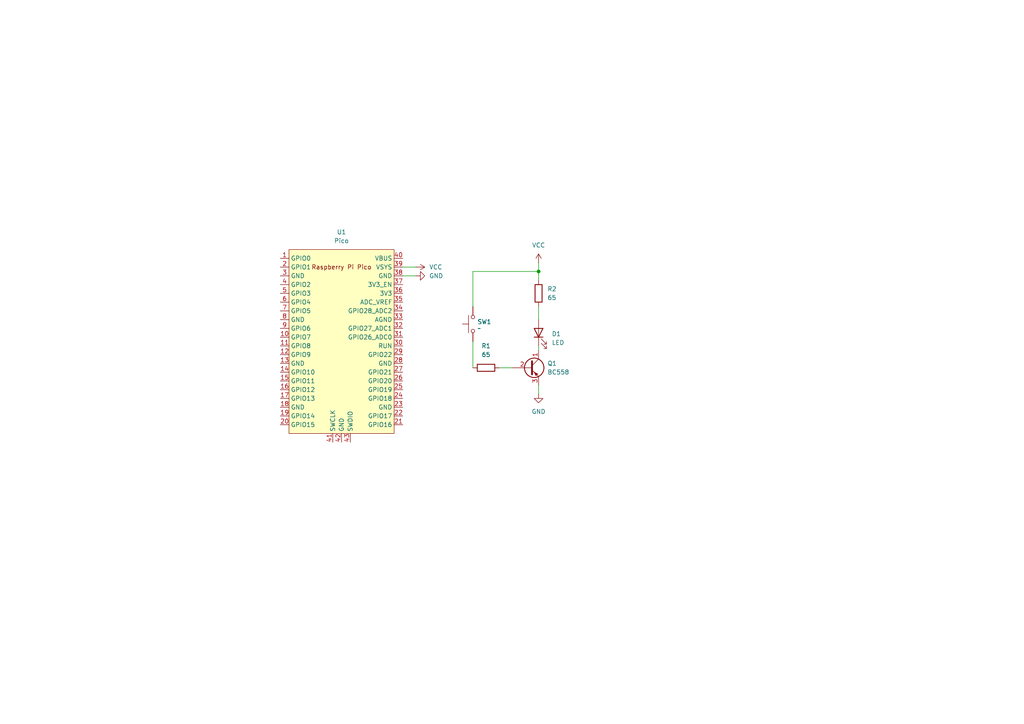
<source format=kicad_sch>
(kicad_sch (version 20231120) (generator "eeschema") (generator_version "8.0")
  (paper "A4")
  (lib_symbols
    (symbol "Device:LED" (pin_numbers hide) (pin_names (offset 1.016) hide)
      (property "Reference" "D" (at 0 2.54 0))
      (property "Value" "LED" (at 0 -2.54 0))
      (symbol "LED_0_1"
        (polyline (pts (xy -1.27 -1.27) (xy -1.27 1.27)) (stroke (width 0.254)))
        (polyline (pts (xy -1.27 0) (xy 1.27 0)))
        (polyline (pts (xy 1.27 -1.27) (xy 1.27 1.27) (xy -1.27 0) (xy 1.27 -1.27)) (stroke (width 0.254)))
        (polyline (pts (xy -3.048 -0.762) (xy -4.572 -2.286) (xy -3.81 -2.286) (xy -4.572 -2.286) (xy -4.572 -1.524)))
        (polyline (pts (xy -1.778 -0.762) (xy -3.302 -2.286) (xy -2.54 -2.286) (xy -3.302 -2.286) (xy -3.302 -1.524)))
      )
      (symbol "LED_1_1"
        (pin passive line (at -3.81 0 0) (length 2.54) (name "K") (number "1"))
        (pin passive line (at 3.81 0 180) (length 2.54) (name "A") (number "2"))
      )
    )
    (symbol "Device:R" (pin_numbers hide) (pin_names (offset 0))
      (property "Reference" "R" (at 2.032 0 90))
      (property "Value" "R" (at 0 0 90))
      (symbol "R_0_1"
        (rectangle (start -1.016 -2.54) (end 1.016 2.54) (stroke (width 0.254)))
      )
      (symbol "R_1_1"
        (pin passive line (at 0 3.81 270) (length 1.27) (name "~") (number "1"))
        (pin passive line (at 0 -3.81 90) (length 1.27) (name "~") (number "2"))
      )
    )
    (symbol "MCU_RaspberryPi_and_Boards:Pico"
      (property "Reference" "U" (at -13.97 27.94 0))
      (property "Value" "Pico" (at 0 19.05 0))
      (symbol "Pico_0_0"
        (text "Raspberry Pi Pico" (at 0 21.59 0) (effects (font (size 1.27 1.27))))
      )
      (symbol "Pico_0_1"
        (rectangle (start -15.24 26.67) (end 15.24 -26.67) (fill (type background)))
      )
      (symbol "Pico_1_1"
        (pin bidirectional line (at -17.78 24.13 0) (length 2.54) (name "GPIO0") (number "1"))
        (pin bidirectional line (at -17.78 1.27 0) (length 2.54) (name "GPIO7") (number "10"))
        (pin bidirectional line (at -17.78 -1.27 0) (length 2.54) (name "GPIO8") (number "11"))
        (pin bidirectional line (at -17.78 -3.81 0) (length 2.54) (name "GPIO9") (number "12"))
        (pin power_in line (at -17.78 -6.35 0) (length 2.54) (name "GND") (number "13"))
        (pin bidirectional line (at -17.78 -8.89 0) (length 2.54) (name "GPIO10") (number "14"))
        (pin bidirectional line (at -17.78 -11.43 0) (length 2.54) (name "GPIO11") (number "15"))
        (pin bidirectional line (at -17.78 -13.97 0) (length 2.54) (name "GPIO12") (number "16"))
        (pin bidirectional line (at -17.78 -16.51 0) (length 2.54) (name "GPIO13") (number "17"))
        (pin power_in line (at -17.78 -19.05 0) (length 2.54) (name "GND") (number "18"))
        (pin bidirectional line (at -17.78 -21.59 0) (length 2.54) (name "GPIO14") (number "19"))
        (pin bidirectional line (at -17.78 21.59 0) (length 2.54) (name "GPIO1") (number "2"))
        (pin bidirectional line (at -17.78 -24.13 0) (length 2.54) (name "GPIO15") (number "20"))
        (pin bidirectional line (at 17.78 -24.13 180) (length 2.54) (name "GPIO16") (number "21"))
        (pin bidirectional line (at 17.78 -21.59 180) (length 2.54) (name "GPIO17") (number "22"))
        (pin power_in line (at 17.78 -19.05 180) (length 2.54) (name "GND") (number "23"))
        (pin bidirectional line (at 17.78 -16.51 180) (length 2.54) (name "GPIO18") (number "24"))
        (pin bidirectional line (at 17.78 -13.97 180) (length 2.54) (name "GPIO19") (number "25"))
        (pin bidirectional line (at 17.78 -11.43 180) (length 2.54) (name "GPIO20") (number "26"))
        (pin bidirectional line (at 17.78 -8.89 180) (length 2.54) (name "GPIO21") (number "27"))
        (pin power_in line (at 17.78 -6.35 180) (length 2.54) (name "GND") (number "28"))
        (pin bidirectional line (at 17.78 -3.81 180) (length 2.54) (name "GPIO22") (number "29"))
        (pin power_in line (at -17.78 19.05 0) (length 2.54) (name "GND") (number "3"))
        (pin input line (at 17.78 -1.27 180) (length 2.54) (name "RUN") (number "30"))
        (pin bidirectional line (at 17.78 1.27 180) (length 2.54) (name "GPIO26_ADC0") (number "31"))
        (pin bidirectional line (at 17.78 3.81 180) (length 2.54) (name "GPIO27_ADC1") (number "32"))
        (pin power_in line (at 17.78 6.35 180) (length 2.54) (name "AGND") (number "33"))
        (pin bidirectional line (at 17.78 8.89 180) (length 2.54) (name "GPIO28_ADC2") (number "34"))
        (pin power_in line (at 17.78 11.43 180) (length 2.54) (name "ADC_VREF") (number "35"))
        (pin power_in line (at 17.78 13.97 180) (length 2.54) (name "3V3") (number "36"))
        (pin input line (at 17.78 16.51 180) (length 2.54) (name "3V3_EN") (number "37"))
        (pin bidirectional line (at 17.78 19.05 180) (length 2.54) (name "GND") (number "38"))
        (pin power_in line (at 17.78 21.59 180) (length 2.54) (name "VSYS") (number "39"))
        (pin bidirectional line (at -17.78 16.51 0) (length 2.54) (name "GPIO2") (number "4"))
        (pin power_in line (at 17.78 24.13 180) (length 2.54) (name "VBUS") (number "40"))
        (pin input line (at -2.54 -29.21 90) (length 2.54) (name "SWCLK") (number "41"))
        (pin power_in line (at 0 -29.21 90) (length 2.54) (name "GND") (number "42"))
        (pin bidirectional line (at 2.54 -29.21 90) (length 2.54) (name "SWDIO") (number "43"))
        (pin bidirectional line (at -17.78 13.97 0) (length 2.54) (name "GPIO3") (number "5"))
        (pin bidirectional line (at -17.78 11.43 0) (length 2.54) (name "GPIO4") (number "6"))
        (pin bidirectional line (at -17.78 8.89 0) (length 2.54) (name "GPIO5") (number "7"))
        (pin power_in line (at -17.78 6.35 0) (length 2.54) (name "GND") (number "8"))
        (pin bidirectional line (at -17.78 3.81 0) (length 2.54) (name "GPIO6") (number "9"))
      )
    )
    (symbol "Switch:SW_MEC_5G" (pin_numbers hide) (pin_names (offset 1.016) hide)
      (property "Reference" "SW" (at 1.27 2.54 0))
      (property "Value" "SW_MEC_5G" (at 0 -1.524 0))
      (symbol "SW_MEC_5G_0_1"
        (circle (center -2.032 0) (radius 0.508))
        (polyline (pts (xy 0 1.27) (xy 0 3.048)))
        (polyline (pts (xy 2.54 1.27) (xy -2.54 1.27)))
        (circle (center 2.032 0) (radius 0.508))
        (pin passive line (at -5.08 0 0) (length 2.54) (name "A") (number "1"))
        (pin passive line (at 5.08 0 180) (length 2.54) (name "B") (number "3"))
      )
      (symbol "SW_MEC_5G_1_1"
        (pin passive line (at -5.08 0 0) (length 2.54) hide (name "A") (number "2"))
        (pin passive line (at 5.08 0 180) (length 2.54) hide (name "B") (number "4"))
      )
    )
    (symbol "Transistor_BJT:BC558" (pin_names (offset 0) hide)
      (property "Reference" "Q" (at 5.08 1.905 0))
      (property "Value" "BC558" (at 5.08 0 0))
      (symbol "BC558_0_1"
        (polyline (pts (xy 0.635 0.635) (xy 2.54 2.54)))
        (polyline (pts (xy 0.635 -0.635) (xy 2.54 -2.54) (xy 2.54 -2.54)))
        (polyline (pts (xy 0.635 1.905) (xy 0.635 -1.905) (xy 0.635 -1.905)) (stroke (width 0.508)))
        (polyline (pts (xy 2.286 -1.778) (xy 1.778 -2.286) (xy 1.27 -1.27) (xy 2.286 -1.778) (xy 2.286 -1.778)) (fill (type outline)))
        (circle (center 1.27 0) (radius 2.8194) (stroke (width 0.254)))
      )
      (symbol "BC558_1_1"
        (pin passive line (at 2.54 5.08 270) (length 2.54) (name "C") (number "1"))
        (pin input line (at -5.08 0 0) (length 5.715) (name "B") (number "2"))
        (pin passive line (at 2.54 -5.08 90) (length 2.54) (name "E") (number "3"))
      )
    )
    (symbol "power:GND" (power) (pin_numbers hide) (pin_names (offset 0) hide)
      (property "Value" "GND" (at 0 -3.81 0))
      (symbol "GND_0_1"
        (polyline (pts (xy 0 0) (xy 0 -1.27) (xy 1.27 -1.27) (xy 0 -2.54) (xy -1.27 -1.27) (xy 0 -1.27)))
      )
      (symbol "GND_1_1"
        (pin power_in line (at 0 0 270) (length 0) (name "~") (number "1"))
      )
    )
    (symbol "power:VCC" (power) (pin_numbers hide) (pin_names (offset 0) hide)
      (property "Value" "VCC" (at 0 3.556 0))
      (symbol "VCC_0_1"
        (polyline (pts (xy -0.762 1.27) (xy 0 2.54)))
        (polyline (pts (xy 0 0) (xy 0 2.54)))
        (polyline (pts (xy 0 2.54) (xy 0.762 1.27)))
      )
      (symbol "VCC_1_1"
        (pin power_in line (at 0 0 90) (length 0) (name "~") (number "1"))
      )
    )
  )
  (junction (at 156.21 78.74))
  (wire (pts (xy 137.16 88.9) (xy 137.16 78.74)))
  (wire (pts (xy 137.16 78.74) (xy 156.21 78.74)))
  (wire (pts (xy 156.21 88.9) (xy 156.21 92.71)))
  (wire (pts (xy 120.65 77.47) (xy 116.84 77.47)))
  (wire (pts (xy 120.65 80.01) (xy 116.84 80.01)))
  (wire (pts (xy 156.21 114.3) (xy 156.21 111.76)))
  (wire (pts (xy 156.21 100.33) (xy 156.21 101.6)))
  (wire (pts (xy 137.16 99.06) (xy 137.16 106.68)))
  (wire (pts (xy 156.21 78.74) (xy 156.21 81.28)))
  (wire (pts (xy 148.59 106.68) (xy 144.78 106.68)))
  (wire (pts (xy 156.21 76.2) (xy 156.21 78.74)))
  (symbol (lib_id "Device:R") (at 156.21 85.09 180) (unit 1)
    (property "Reference" "R2" (at 158.75 83.8199 0) (effects (justify right)))
    (property "Value" "65" (at 158.75 86.3599 0) (effects (justify right)))
    (property "Footprint" "OptoDevice:R_LDR_12x10.8mm_P9.0mm_Vertical" (effects (hide yes)))
    (property "Description" "Resistor" (effects (hide yes)))
  )
  (symbol (lib_id "Device:R") (at 140.97 106.68 90) (unit 1)
    (property "Reference" "R1" (at 140.97 100.33 90))
    (property "Value" "65" (at 140.97 102.87 90))
    (property "Footprint" "OptoDevice:R_LDR_12x10.8mm_P9.0mm_Vertical" (effects (hide yes)))
    (property "Description" "Resistor" (effects (hide yes)))
  )
  (symbol (lib_id "power:VCC") (at 120.65 77.47 270) (unit 1)
    (property "Reference" "#PWR01" (effects (hide yes)))
    (property "Value" "VCC" (at 124.46 77.4699 90) (effects (justify left)))
    (property "Description" "Power symbol creates a global label with name \"VCC\"" (effects (hide yes)))
  )
  (symbol (lib_id "power:GND") (at 156.21 114.3 0) (unit 1)
    (property "Reference" "#PWR04" (effects (hide yes)))
    (property "Value" "GND" (at 156.21 119.38 0))
    (property "Description" "Power symbol creates a global label with name \"GND\" , ground" (effects (hide yes)))
  )
  (symbol (lib_id "Device:LED") (at 156.21 96.52 90) (unit 1)
    (property "Reference" "D1" (at 160.02 96.8374 90) (effects (justify right)))
    (property "Value" "LED" (at 160.02 99.3774 90) (effects (justify right)))
    (property "Footprint" "LED_SMD:LED_0201_0603Metric" (effects (hide yes)))
    (property "Description" "Light emitting diode" (effects (hide yes)))
  )
  (symbol (lib_id "MCU_RaspberryPi_and_Boards:Pico") (at 99.06 99.06 0) (unit 1)
    (property "Reference" "U1" (at 99.06 67.31 0))
    (property "Value" "Pico" (at 99.06 69.85 0))
    (property "Footprint" "MCU_RaspberryPi_and_Boards:RPi_Pico_SMD_TH" (effects (hide yes)))
  )
  (symbol (lib_id "power:VCC") (at 156.21 76.2 0) (unit 1)
    (property "Reference" "#PWR03" (effects (hide yes)))
    (property "Value" "VCC" (at 156.21 71.12 0))
    (property "Description" "Power symbol creates a global label with name \"VCC\"" (effects (hide yes)))
  )
  (symbol (lib_id "Switch:SW_MEC_5G") (at 137.16 93.98 90) (unit 1)
    (property "Reference" "SW1" (at 138.43 93.3449 90) (effects (justify right)))
    (property "Value" "~" (at 138.43 95.25 90) (effects (justify right)))
    (property "Footprint" "Button_Switch_SMD:SW_MEC_5GSH9" (effects (hide yes)))
    (property "Datasheet" "http://www.apem.com/int/index.php?controller=attachment&id_attachment=488" (effects (hide yes)))
    (property "Description" "MEC 5G single pole normally-open tactile switch" (effects (hide yes)))
  )
  (symbol (lib_id "Transistor_BJT:BC558") (at 153.67 106.68 0) (unit 1)
    (property "Reference" "Q1" (at 158.75 105.4099 0) (effects (justify left)))
    (property "Value" "BC558" (at 158.75 107.9499 0) (effects (justify left)))
    (property "Footprint" "Package_TO_SOT_THT:TO-92_Inline" (effects (hide yes)))
    (property "Datasheet" "https://www.onsemi.com/pub/Collateral/BC556BTA-D.pdf" (effects (hide yes)))
    (property "Description" "0.1A Ic, 30V Vce, PNP Small Signal Transistor, TO-92" (effects (hide yes)))
  )
  (symbol (lib_id "power:GND") (at 120.65 80.01 90) (unit 1)
    (property "Reference" "#PWR02" (effects (hide yes)))
    (property "Value" "GND" (at 124.46 80.0099 90) (effects (justify right)))
    (property "Description" "Power symbol creates a global label with name \"GND\" , ground" (effects (hide yes)))
  )
)
</source>
